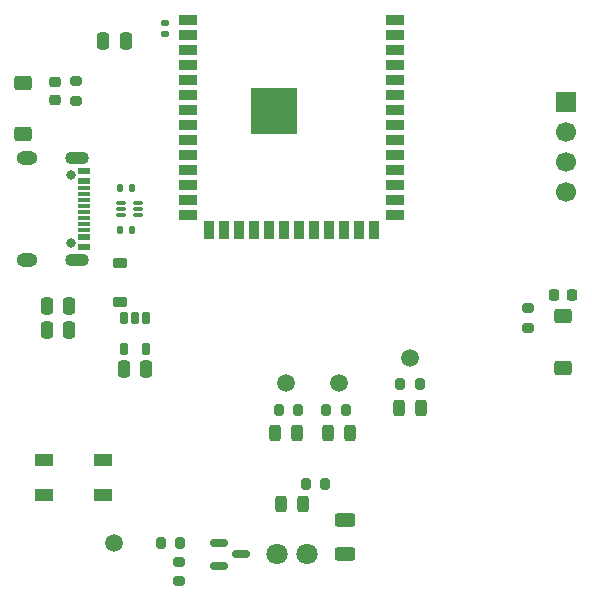
<source format=gbr>
%TF.GenerationSoftware,KiCad,Pcbnew,9.0.3*%
%TF.CreationDate,2025-09-08T02:13:57+08:00*%
%TF.ProjectId,IR_AC,49525f41-432e-46b6-9963-61645f706362,rev?*%
%TF.SameCoordinates,Original*%
%TF.FileFunction,Soldermask,Top*%
%TF.FilePolarity,Negative*%
%FSLAX46Y46*%
G04 Gerber Fmt 4.6, Leading zero omitted, Abs format (unit mm)*
G04 Created by KiCad (PCBNEW 9.0.3) date 2025-09-08 02:13:57*
%MOMM*%
%LPD*%
G01*
G04 APERTURE LIST*
G04 Aperture macros list*
%AMRoundRect*
0 Rectangle with rounded corners*
0 $1 Rounding radius*
0 $2 $3 $4 $5 $6 $7 $8 $9 X,Y pos of 4 corners*
0 Add a 4 corners polygon primitive as box body*
4,1,4,$2,$3,$4,$5,$6,$7,$8,$9,$2,$3,0*
0 Add four circle primitives for the rounded corners*
1,1,$1+$1,$2,$3*
1,1,$1+$1,$4,$5*
1,1,$1+$1,$6,$7*
1,1,$1+$1,$8,$9*
0 Add four rect primitives between the rounded corners*
20,1,$1+$1,$2,$3,$4,$5,0*
20,1,$1+$1,$4,$5,$6,$7,0*
20,1,$1+$1,$6,$7,$8,$9,0*
20,1,$1+$1,$8,$9,$2,$3,0*%
G04 Aperture macros list end*
%ADD10O,1.800000X1.200000*%
%ADD11O,2.000000X1.100000*%
%ADD12R,1.100000X0.550000*%
%ADD13R,1.100000X0.300000*%
%ADD14C,0.800000*%
%ADD15RoundRect,0.227500X0.382500X-0.227500X0.382500X0.227500X-0.382500X0.227500X-0.382500X-0.227500X0*%
%ADD16RoundRect,0.243750X0.243750X0.456250X-0.243750X0.456250X-0.243750X-0.456250X0.243750X-0.456250X0*%
%ADD17RoundRect,0.200000X-0.200000X-0.275000X0.200000X-0.275000X0.200000X0.275000X-0.200000X0.275000X0*%
%ADD18RoundRect,0.200000X0.200000X0.275000X-0.200000X0.275000X-0.200000X-0.275000X0.200000X-0.275000X0*%
%ADD19RoundRect,0.243750X-0.243750X-0.456250X0.243750X-0.456250X0.243750X0.456250X-0.243750X0.456250X0*%
%ADD20RoundRect,0.155000X0.155000X0.395000X-0.155000X0.395000X-0.155000X-0.395000X0.155000X-0.395000X0*%
%ADD21RoundRect,0.250000X0.250000X0.475000X-0.250000X0.475000X-0.250000X-0.475000X0.250000X-0.475000X0*%
%ADD22RoundRect,0.135000X0.135000X0.185000X-0.135000X0.185000X-0.135000X-0.185000X0.135000X-0.185000X0*%
%ADD23RoundRect,0.150000X-0.587500X-0.150000X0.587500X-0.150000X0.587500X0.150000X-0.587500X0.150000X0*%
%ADD24RoundRect,0.200000X0.275000X-0.200000X0.275000X0.200000X-0.275000X0.200000X-0.275000X-0.200000X0*%
%ADD25RoundRect,0.250000X0.625000X-0.312500X0.625000X0.312500X-0.625000X0.312500X-0.625000X-0.312500X0*%
%ADD26C,0.600000*%
%ADD27R,3.900000X3.900000*%
%ADD28R,1.500000X0.900000*%
%ADD29R,0.900000X1.500000*%
%ADD30RoundRect,0.250000X0.500000X-0.365000X0.500000X0.365000X-0.500000X0.365000X-0.500000X-0.365000X0*%
%ADD31C,1.500000*%
%ADD32RoundRect,0.225000X-0.225000X-0.250000X0.225000X-0.250000X0.225000X0.250000X-0.225000X0.250000X0*%
%ADD33C,1.800000*%
%ADD34C,1.700000*%
%ADD35R,1.700000X1.700000*%
%ADD36RoundRect,0.225000X-0.250000X0.225000X-0.250000X-0.225000X0.250000X-0.225000X0.250000X0.225000X0*%
%ADD37RoundRect,0.200000X-0.275000X0.200000X-0.275000X-0.200000X0.275000X-0.200000X0.275000X0.200000X0*%
%ADD38RoundRect,0.140000X0.170000X-0.140000X0.170000X0.140000X-0.170000X0.140000X-0.170000X-0.140000X0*%
%ADD39R,1.500000X1.000000*%
%ADD40RoundRect,0.075000X-0.350000X0.075000X-0.350000X-0.075000X0.350000X-0.075000X0.350000X0.075000X0*%
G04 APERTURE END LIST*
D10*
%TO.C,J1*%
X-22380000Y-15070000D03*
D11*
X-18170000Y-15070000D03*
D10*
X-22380000Y-6430000D03*
D11*
X-18170000Y-6430000D03*
D12*
X-17620000Y-13950000D03*
X-17620000Y-13150000D03*
D13*
X-17620000Y-12500000D03*
X-17620000Y-12000000D03*
X-17620000Y-11500000D03*
X-17620000Y-11000000D03*
X-17620000Y-10500000D03*
X-17620000Y-10000000D03*
X-17620000Y-9500000D03*
X-17620000Y-9000000D03*
D12*
X-17620000Y-8350000D03*
X-17620000Y-7550000D03*
D14*
X-18700000Y-13640000D03*
X-18700000Y-7860000D03*
%TD*%
D15*
%TO.C,D1*%
X-14500000Y-15360000D03*
X-14500000Y-18640000D03*
%TD*%
D16*
%TO.C,D2*%
X4937500Y-29750000D03*
X3062500Y-29750000D03*
%TD*%
D17*
%TO.C,R1*%
X2925000Y-27750000D03*
X4575000Y-27750000D03*
%TD*%
D18*
%TO.C,R2*%
X-1075000Y-27750000D03*
X575000Y-27750000D03*
%TD*%
D19*
%TO.C,D3*%
X437500Y-29750000D03*
X-1437500Y-29750000D03*
%TD*%
D20*
%TO.C,U1*%
X-12300000Y-20000000D03*
X-13250000Y-20000000D03*
X-14200000Y-20000000D03*
X-14200000Y-22600000D03*
X-12300000Y-22600000D03*
%TD*%
D21*
%TO.C,C3*%
X-12300000Y-24300000D03*
X-14200000Y-24300000D03*
%TD*%
%TO.C,C2*%
X-18850000Y-19000000D03*
X-20750000Y-19000000D03*
%TD*%
D22*
%TO.C,R4*%
X-14510000Y-12500000D03*
X-13490000Y-12500000D03*
%TD*%
%TO.C,R3*%
X-14510000Y-9000000D03*
X-13490000Y-9000000D03*
%TD*%
D23*
%TO.C,Q1*%
X-6187500Y-40950000D03*
X-6187500Y-39050000D03*
X-4312500Y-40000000D03*
%TD*%
D24*
%TO.C,R11*%
X-9500000Y-42250000D03*
X-9500000Y-40600000D03*
%TD*%
D18*
%TO.C,R10*%
X-9425000Y-39000000D03*
X-11075000Y-39000000D03*
%TD*%
D25*
%TO.C,R8*%
X4500000Y-40000000D03*
X4500000Y-37075000D03*
%TD*%
D26*
%TO.C,U3*%
X-100000Y-3160000D03*
X-100000Y-1760000D03*
X-800000Y-3860000D03*
X-800000Y-2460000D03*
X-800000Y-1060000D03*
X-1500000Y-3160000D03*
D27*
X-1500000Y-2460000D03*
D26*
X-1500000Y-1760000D03*
X-2200000Y-3860000D03*
X-2200000Y-2460000D03*
X-2200000Y-1060000D03*
X-2900000Y-3160000D03*
X-2900000Y-1760000D03*
D28*
X8750000Y5260000D03*
X8750000Y3990000D03*
X8750000Y2720000D03*
X8750000Y1450000D03*
X8750000Y180000D03*
X8750000Y-1090000D03*
X8750000Y-2360000D03*
X8750000Y-3630000D03*
X8750000Y-4900000D03*
X8750000Y-6170000D03*
X8750000Y-7440000D03*
X8750000Y-8710000D03*
X8750000Y-9980000D03*
X8750000Y-11250000D03*
D29*
X6985000Y-12500000D03*
X5715000Y-12500000D03*
X4445000Y-12500000D03*
X3175000Y-12500000D03*
X1905000Y-12500000D03*
X635000Y-12500000D03*
X-635000Y-12500000D03*
X-1905000Y-12500000D03*
X-3175000Y-12500000D03*
X-4445000Y-12500000D03*
X-5715000Y-12500000D03*
X-6985000Y-12500000D03*
D28*
X-8750000Y-11250000D03*
X-8750000Y-9980000D03*
X-8750000Y-8710000D03*
X-8750000Y-7440000D03*
X-8750000Y-6170000D03*
X-8750000Y-4900000D03*
X-8750000Y-3630000D03*
X-8750000Y-2360000D03*
X-8750000Y-1090000D03*
X-8750000Y180000D03*
X-8750000Y1450000D03*
X-8750000Y2720000D03*
X-8750000Y3990000D03*
X-8750000Y5260000D03*
%TD*%
D30*
%TO.C,SW2*%
X23000000Y-24180000D03*
X23000000Y-19820000D03*
%TD*%
D31*
%TO.C,TP4*%
X-15000000Y-39000000D03*
%TD*%
D32*
%TO.C,C7*%
X23775000Y-18000000D03*
X22225000Y-18000000D03*
%TD*%
D21*
%TO.C,C1*%
X-20750000Y-21000000D03*
X-18850000Y-21000000D03*
%TD*%
D31*
%TO.C,TP2*%
X-500000Y-25500000D03*
%TD*%
D33*
%TO.C,D6*%
X1270000Y-40000000D03*
X-1270000Y-40000000D03*
%TD*%
D31*
%TO.C,TP1*%
X4000000Y-25500000D03*
%TD*%
D34*
%TO.C,J2*%
X23250000Y-9290000D03*
X23250000Y-6750000D03*
X23250000Y-4210000D03*
D35*
X23250000Y-1670000D03*
%TD*%
D19*
%TO.C,D5*%
X10937500Y-27587500D03*
X9062500Y-27587500D03*
%TD*%
D36*
%TO.C,C6*%
X-20000000Y-1525000D03*
X-20000000Y25000D03*
%TD*%
D31*
%TO.C,TP3*%
X10000000Y-23337500D03*
%TD*%
D19*
%TO.C,D7*%
X937500Y-35750000D03*
X-937500Y-35750000D03*
%TD*%
D17*
%TO.C,R9*%
X2825000Y-34000000D03*
X1175000Y-34000000D03*
%TD*%
D37*
%TO.C,R6*%
X-18250000Y-1575000D03*
X-18250000Y75000D03*
%TD*%
D38*
%TO.C,C5*%
X-10750000Y5000000D03*
X-10750000Y4040000D03*
%TD*%
D21*
%TO.C,C4*%
X-15950000Y3500000D03*
X-14050000Y3500000D03*
%TD*%
D37*
%TO.C,R7*%
X20000000Y-20825000D03*
X20000000Y-19175000D03*
%TD*%
D18*
%TO.C,R5*%
X9175000Y-25587500D03*
X10825000Y-25587500D03*
%TD*%
D39*
%TO.C,U2*%
X-16000000Y-32000000D03*
X-16000000Y-35000000D03*
X-21000000Y-35000000D03*
X-21000000Y-32000000D03*
%TD*%
D30*
%TO.C,SW1*%
X-22750000Y-70000D03*
X-22750000Y-4430000D03*
%TD*%
D40*
%TO.C,D4*%
X-13030000Y-10250000D03*
X-14470000Y-10250000D03*
X-13030000Y-11250000D03*
X-14470000Y-11250000D03*
X-14470000Y-10750000D03*
X-13030000Y-10750000D03*
%TD*%
M02*

</source>
